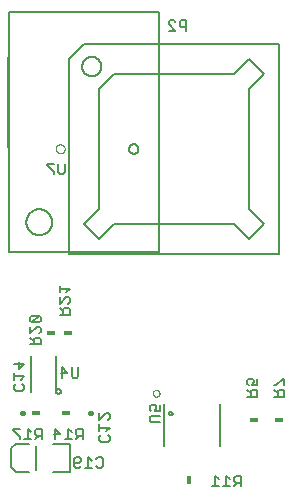
<source format=gbr>
G04 EAGLE Gerber RS-274X export*
G75*
%MOMM*%
%FSLAX34Y34*%
%LPD*%
%INSilkscreen Bottom*%
%IPPOS*%
%AMOC8*
5,1,8,0,0,1.08239X$1,22.5*%
G01*
%ADD10C,0.101600*%
%ADD11C,0.203200*%
%ADD12C,0.127000*%
%ADD13C,0.152400*%
%ADD14R,0.406400X0.711200*%
%ADD15R,0.762000X0.457200*%
%ADD16C,0.406400*%
%ADD17R,0.711200X0.406400*%


D10*
X124160Y111760D02*
X124162Y111866D01*
X124168Y111972D01*
X124178Y112078D01*
X124192Y112183D01*
X124210Y112288D01*
X124231Y112392D01*
X124257Y112495D01*
X124286Y112597D01*
X124319Y112698D01*
X124356Y112798D01*
X124397Y112896D01*
X124441Y112992D01*
X124489Y113087D01*
X124540Y113180D01*
X124595Y113271D01*
X124653Y113360D01*
X124715Y113446D01*
X124780Y113531D01*
X124847Y113612D01*
X124918Y113692D01*
X124992Y113768D01*
X125068Y113842D01*
X125148Y113913D01*
X125229Y113980D01*
X125314Y114045D01*
X125400Y114107D01*
X125489Y114165D01*
X125580Y114220D01*
X125673Y114271D01*
X125768Y114319D01*
X125864Y114363D01*
X125962Y114404D01*
X126062Y114441D01*
X126163Y114474D01*
X126265Y114503D01*
X126368Y114529D01*
X126472Y114550D01*
X126577Y114568D01*
X126682Y114582D01*
X126788Y114592D01*
X126894Y114598D01*
X127000Y114600D01*
X127106Y114598D01*
X127212Y114592D01*
X127318Y114582D01*
X127423Y114568D01*
X127528Y114550D01*
X127632Y114529D01*
X127735Y114503D01*
X127837Y114474D01*
X127938Y114441D01*
X128038Y114404D01*
X128136Y114363D01*
X128232Y114319D01*
X128327Y114271D01*
X128420Y114220D01*
X128511Y114165D01*
X128600Y114107D01*
X128686Y114045D01*
X128771Y113980D01*
X128852Y113913D01*
X128932Y113842D01*
X129008Y113768D01*
X129082Y113692D01*
X129153Y113612D01*
X129220Y113531D01*
X129285Y113446D01*
X129347Y113360D01*
X129405Y113271D01*
X129460Y113180D01*
X129511Y113087D01*
X129559Y112992D01*
X129603Y112896D01*
X129644Y112798D01*
X129681Y112698D01*
X129714Y112597D01*
X129743Y112495D01*
X129769Y112392D01*
X129790Y112288D01*
X129808Y112183D01*
X129822Y112078D01*
X129832Y111972D01*
X129838Y111866D01*
X129840Y111760D01*
X129838Y111654D01*
X129832Y111548D01*
X129822Y111442D01*
X129808Y111337D01*
X129790Y111232D01*
X129769Y111128D01*
X129743Y111025D01*
X129714Y110923D01*
X129681Y110822D01*
X129644Y110722D01*
X129603Y110624D01*
X129559Y110528D01*
X129511Y110433D01*
X129460Y110340D01*
X129405Y110249D01*
X129347Y110160D01*
X129285Y110074D01*
X129220Y109989D01*
X129153Y109908D01*
X129082Y109828D01*
X129008Y109752D01*
X128932Y109678D01*
X128852Y109607D01*
X128771Y109540D01*
X128686Y109475D01*
X128600Y109413D01*
X128511Y109355D01*
X128420Y109300D01*
X128327Y109249D01*
X128232Y109201D01*
X128136Y109157D01*
X128038Y109116D01*
X127938Y109079D01*
X127837Y109046D01*
X127735Y109017D01*
X127632Y108991D01*
X127528Y108970D01*
X127423Y108952D01*
X127318Y108938D01*
X127212Y108928D01*
X127106Y108922D01*
X127000Y108920D01*
X126894Y108922D01*
X126788Y108928D01*
X126682Y108938D01*
X126577Y108952D01*
X126472Y108970D01*
X126368Y108991D01*
X126265Y109017D01*
X126163Y109046D01*
X126062Y109079D01*
X125962Y109116D01*
X125864Y109157D01*
X125768Y109201D01*
X125673Y109249D01*
X125580Y109300D01*
X125489Y109355D01*
X125400Y109413D01*
X125314Y109475D01*
X125229Y109540D01*
X125148Y109607D01*
X125068Y109678D01*
X124992Y109752D01*
X124918Y109828D01*
X124847Y109908D01*
X124780Y109989D01*
X124715Y110074D01*
X124653Y110160D01*
X124595Y110249D01*
X124540Y110340D01*
X124489Y110433D01*
X124441Y110528D01*
X124397Y110624D01*
X124356Y110722D01*
X124319Y110822D01*
X124286Y110923D01*
X124257Y111025D01*
X124231Y111128D01*
X124210Y111232D01*
X124192Y111337D01*
X124178Y111442D01*
X124168Y111548D01*
X124162Y111654D01*
X124160Y111760D01*
X41910Y318770D02*
X41912Y318893D01*
X41918Y319017D01*
X41928Y319140D01*
X41942Y319262D01*
X41960Y319384D01*
X41982Y319506D01*
X42007Y319626D01*
X42037Y319746D01*
X42071Y319865D01*
X42108Y319983D01*
X42149Y320099D01*
X42194Y320214D01*
X42243Y320327D01*
X42295Y320439D01*
X42351Y320549D01*
X42410Y320657D01*
X42473Y320763D01*
X42539Y320867D01*
X42609Y320969D01*
X42682Y321069D01*
X42758Y321166D01*
X42837Y321261D01*
X42919Y321353D01*
X43004Y321442D01*
X43092Y321529D01*
X43183Y321612D01*
X43276Y321693D01*
X43372Y321771D01*
X43471Y321845D01*
X43571Y321916D01*
X43674Y321984D01*
X43779Y322049D01*
X43887Y322110D01*
X43996Y322168D01*
X44107Y322222D01*
X44219Y322272D01*
X44334Y322319D01*
X44449Y322362D01*
X44566Y322401D01*
X44684Y322437D01*
X44804Y322468D01*
X44924Y322496D01*
X45045Y322520D01*
X45167Y322540D01*
X45289Y322556D01*
X45412Y322568D01*
X45535Y322576D01*
X45658Y322580D01*
X45782Y322580D01*
X45905Y322576D01*
X46028Y322568D01*
X46151Y322556D01*
X46273Y322540D01*
X46395Y322520D01*
X46516Y322496D01*
X46636Y322468D01*
X46756Y322437D01*
X46874Y322401D01*
X46991Y322362D01*
X47106Y322319D01*
X47221Y322272D01*
X47333Y322222D01*
X47444Y322168D01*
X47553Y322110D01*
X47661Y322049D01*
X47766Y321984D01*
X47869Y321916D01*
X47969Y321845D01*
X48068Y321771D01*
X48164Y321693D01*
X48257Y321612D01*
X48348Y321529D01*
X48436Y321442D01*
X48521Y321353D01*
X48603Y321261D01*
X48682Y321166D01*
X48758Y321069D01*
X48831Y320969D01*
X48901Y320867D01*
X48967Y320763D01*
X49030Y320657D01*
X49089Y320549D01*
X49145Y320439D01*
X49197Y320327D01*
X49246Y320214D01*
X49291Y320099D01*
X49332Y319983D01*
X49369Y319865D01*
X49403Y319746D01*
X49433Y319626D01*
X49458Y319506D01*
X49480Y319384D01*
X49498Y319262D01*
X49512Y319140D01*
X49522Y319017D01*
X49528Y318893D01*
X49530Y318770D01*
X49528Y318647D01*
X49522Y318523D01*
X49512Y318400D01*
X49498Y318278D01*
X49480Y318156D01*
X49458Y318034D01*
X49433Y317914D01*
X49403Y317794D01*
X49369Y317675D01*
X49332Y317557D01*
X49291Y317441D01*
X49246Y317326D01*
X49197Y317213D01*
X49145Y317101D01*
X49089Y316991D01*
X49030Y316883D01*
X48967Y316777D01*
X48901Y316673D01*
X48831Y316571D01*
X48758Y316471D01*
X48682Y316374D01*
X48603Y316279D01*
X48521Y316187D01*
X48436Y316098D01*
X48348Y316011D01*
X48257Y315928D01*
X48164Y315847D01*
X48068Y315769D01*
X47969Y315695D01*
X47869Y315624D01*
X47766Y315556D01*
X47661Y315491D01*
X47553Y315430D01*
X47444Y315372D01*
X47333Y315318D01*
X47221Y315268D01*
X47106Y315221D01*
X46991Y315178D01*
X46874Y315139D01*
X46756Y315103D01*
X46636Y315072D01*
X46516Y315044D01*
X46395Y315020D01*
X46273Y315000D01*
X46151Y314984D01*
X46028Y314972D01*
X45905Y314964D01*
X45782Y314960D01*
X45658Y314960D01*
X45535Y314964D01*
X45412Y314972D01*
X45289Y314984D01*
X45167Y315000D01*
X45045Y315020D01*
X44924Y315044D01*
X44804Y315072D01*
X44684Y315103D01*
X44566Y315139D01*
X44449Y315178D01*
X44334Y315221D01*
X44219Y315268D01*
X44107Y315318D01*
X43996Y315372D01*
X43887Y315430D01*
X43779Y315491D01*
X43674Y315556D01*
X43571Y315624D01*
X43471Y315695D01*
X43372Y315769D01*
X43276Y315847D01*
X43183Y315928D01*
X43092Y316011D01*
X43004Y316098D01*
X42919Y316187D01*
X42837Y316279D01*
X42758Y316374D01*
X42682Y316471D01*
X42609Y316571D01*
X42539Y316673D01*
X42473Y316777D01*
X42410Y316883D01*
X42351Y316991D01*
X42295Y317101D01*
X42243Y317213D01*
X42194Y317326D01*
X42149Y317441D01*
X42108Y317557D01*
X42071Y317675D01*
X42037Y317794D01*
X42007Y317914D01*
X41982Y318034D01*
X41960Y318156D01*
X41942Y318278D01*
X41928Y318400D01*
X41918Y318523D01*
X41912Y318647D01*
X41910Y318770D01*
D11*
X39210Y45150D02*
X54210Y45150D01*
X54210Y69150D01*
X39210Y69150D01*
X19210Y45150D02*
X8210Y45150D01*
X4210Y49150D01*
X4210Y65150D01*
X8210Y69150D01*
X19210Y69150D01*
D12*
X25400Y67310D02*
X25400Y46990D01*
D13*
X76026Y56065D02*
X77466Y57505D01*
X80347Y57505D01*
X81788Y56065D01*
X81788Y50303D01*
X80347Y48862D01*
X77466Y48862D01*
X76026Y50303D01*
X72433Y54624D02*
X69552Y57505D01*
X69552Y48862D01*
X72433Y48862D02*
X66671Y48862D01*
X63078Y50303D02*
X61637Y48862D01*
X58756Y48862D01*
X57315Y50303D01*
X57315Y56065D01*
X58756Y57505D01*
X61637Y57505D01*
X63078Y56065D01*
X63078Y54624D01*
X61637Y53184D01*
X57315Y53184D01*
D14*
X154940Y38100D03*
D13*
X198628Y41790D02*
X198628Y33147D01*
X198628Y41790D02*
X194306Y41790D01*
X192866Y40350D01*
X192866Y37469D01*
X194306Y36028D01*
X198628Y36028D01*
X195747Y36028D02*
X192866Y33147D01*
X189273Y38909D02*
X186392Y41790D01*
X186392Y33147D01*
X189273Y33147D02*
X183511Y33147D01*
X179918Y38909D02*
X177037Y41790D01*
X177037Y33147D01*
X179918Y33147D02*
X174155Y33147D01*
D15*
X209550Y88900D03*
D13*
X212605Y109052D02*
X203962Y109052D01*
X212605Y109052D02*
X212605Y113373D01*
X211165Y114814D01*
X208284Y114814D01*
X206843Y113373D01*
X206843Y109052D01*
X206843Y111933D02*
X203962Y114814D01*
X212605Y118407D02*
X212605Y124169D01*
X212605Y118407D02*
X208284Y118407D01*
X209724Y121288D01*
X209724Y122729D01*
X208284Y124169D01*
X205403Y124169D01*
X203962Y122729D01*
X203962Y119847D01*
X205403Y118407D01*
D15*
X231140Y88900D03*
D13*
X226822Y109052D02*
X235465Y109052D01*
X235465Y113373D01*
X234025Y114814D01*
X231144Y114814D01*
X229703Y113373D01*
X229703Y109052D01*
X229703Y111933D02*
X226822Y114814D01*
X235465Y118407D02*
X235465Y124169D01*
X234025Y124169D01*
X228263Y118407D01*
X226822Y118407D01*
D12*
X231140Y229870D02*
X53340Y229870D01*
X231140Y229870D02*
X231140Y407670D01*
X66040Y407670D01*
X53340Y394970D01*
X53340Y229870D01*
X78740Y242570D02*
X66040Y255270D01*
X78740Y267970D01*
X78740Y369570D01*
X91440Y382270D01*
X193040Y382270D01*
X205740Y394970D01*
X218440Y382270D01*
X205740Y369570D01*
X205740Y267970D01*
X218440Y255270D01*
X205740Y242570D01*
X193040Y255270D01*
X91440Y255270D01*
X78740Y242570D01*
X64258Y388620D02*
X64260Y388820D01*
X64268Y389019D01*
X64280Y389218D01*
X64297Y389417D01*
X64319Y389615D01*
X64346Y389813D01*
X64378Y390010D01*
X64414Y390206D01*
X64456Y390402D01*
X64502Y390596D01*
X64553Y390789D01*
X64608Y390981D01*
X64668Y391171D01*
X64733Y391360D01*
X64803Y391547D01*
X64877Y391732D01*
X64956Y391915D01*
X65039Y392097D01*
X65126Y392276D01*
X65218Y392453D01*
X65314Y392628D01*
X65415Y392801D01*
X65520Y392971D01*
X65628Y393138D01*
X65741Y393302D01*
X65858Y393464D01*
X65979Y393623D01*
X66104Y393779D01*
X66232Y393932D01*
X66365Y394081D01*
X66500Y394227D01*
X66640Y394370D01*
X66783Y394510D01*
X66929Y394645D01*
X67078Y394778D01*
X67231Y394906D01*
X67387Y395031D01*
X67546Y395152D01*
X67708Y395269D01*
X67872Y395382D01*
X68039Y395490D01*
X68209Y395595D01*
X68382Y395696D01*
X68557Y395792D01*
X68734Y395884D01*
X68913Y395971D01*
X69095Y396054D01*
X69278Y396133D01*
X69463Y396207D01*
X69650Y396277D01*
X69839Y396342D01*
X70029Y396402D01*
X70221Y396457D01*
X70414Y396508D01*
X70608Y396554D01*
X70804Y396596D01*
X71000Y396632D01*
X71197Y396664D01*
X71395Y396691D01*
X71593Y396713D01*
X71792Y396730D01*
X71991Y396742D01*
X72190Y396750D01*
X72390Y396752D01*
X72590Y396750D01*
X72789Y396742D01*
X72988Y396730D01*
X73187Y396713D01*
X73385Y396691D01*
X73583Y396664D01*
X73780Y396632D01*
X73976Y396596D01*
X74172Y396554D01*
X74366Y396508D01*
X74559Y396457D01*
X74751Y396402D01*
X74941Y396342D01*
X75130Y396277D01*
X75317Y396207D01*
X75502Y396133D01*
X75685Y396054D01*
X75867Y395971D01*
X76046Y395884D01*
X76223Y395792D01*
X76398Y395696D01*
X76571Y395595D01*
X76741Y395490D01*
X76908Y395382D01*
X77072Y395269D01*
X77234Y395152D01*
X77393Y395031D01*
X77549Y394906D01*
X77702Y394778D01*
X77851Y394645D01*
X77997Y394510D01*
X78140Y394370D01*
X78280Y394227D01*
X78415Y394081D01*
X78548Y393932D01*
X78676Y393779D01*
X78801Y393623D01*
X78922Y393464D01*
X79039Y393302D01*
X79152Y393138D01*
X79260Y392971D01*
X79365Y392801D01*
X79466Y392628D01*
X79562Y392453D01*
X79654Y392276D01*
X79741Y392097D01*
X79824Y391915D01*
X79903Y391732D01*
X79977Y391547D01*
X80047Y391360D01*
X80112Y391171D01*
X80172Y390981D01*
X80227Y390789D01*
X80278Y390596D01*
X80324Y390402D01*
X80366Y390206D01*
X80402Y390010D01*
X80434Y389813D01*
X80461Y389615D01*
X80483Y389417D01*
X80500Y389218D01*
X80512Y389019D01*
X80520Y388820D01*
X80522Y388620D01*
X80520Y388420D01*
X80512Y388221D01*
X80500Y388022D01*
X80483Y387823D01*
X80461Y387625D01*
X80434Y387427D01*
X80402Y387230D01*
X80366Y387034D01*
X80324Y386838D01*
X80278Y386644D01*
X80227Y386451D01*
X80172Y386259D01*
X80112Y386069D01*
X80047Y385880D01*
X79977Y385693D01*
X79903Y385508D01*
X79824Y385325D01*
X79741Y385143D01*
X79654Y384964D01*
X79562Y384787D01*
X79466Y384612D01*
X79365Y384439D01*
X79260Y384269D01*
X79152Y384102D01*
X79039Y383938D01*
X78922Y383776D01*
X78801Y383617D01*
X78676Y383461D01*
X78548Y383308D01*
X78415Y383159D01*
X78280Y383013D01*
X78140Y382870D01*
X77997Y382730D01*
X77851Y382595D01*
X77702Y382462D01*
X77549Y382334D01*
X77393Y382209D01*
X77234Y382088D01*
X77072Y381971D01*
X76908Y381858D01*
X76741Y381750D01*
X76571Y381645D01*
X76398Y381544D01*
X76223Y381448D01*
X76046Y381356D01*
X75867Y381269D01*
X75685Y381186D01*
X75502Y381107D01*
X75317Y381033D01*
X75130Y380963D01*
X74941Y380898D01*
X74751Y380838D01*
X74559Y380783D01*
X74366Y380732D01*
X74172Y380686D01*
X73976Y380644D01*
X73780Y380608D01*
X73583Y380576D01*
X73385Y380549D01*
X73187Y380527D01*
X72988Y380510D01*
X72789Y380498D01*
X72590Y380490D01*
X72390Y380488D01*
X72190Y380490D01*
X71991Y380498D01*
X71792Y380510D01*
X71593Y380527D01*
X71395Y380549D01*
X71197Y380576D01*
X71000Y380608D01*
X70804Y380644D01*
X70608Y380686D01*
X70414Y380732D01*
X70221Y380783D01*
X70029Y380838D01*
X69839Y380898D01*
X69650Y380963D01*
X69463Y381033D01*
X69278Y381107D01*
X69095Y381186D01*
X68913Y381269D01*
X68734Y381356D01*
X68557Y381448D01*
X68382Y381544D01*
X68209Y381645D01*
X68039Y381750D01*
X67872Y381858D01*
X67708Y381971D01*
X67546Y382088D01*
X67387Y382209D01*
X67231Y382334D01*
X67078Y382462D01*
X66929Y382595D01*
X66783Y382730D01*
X66640Y382870D01*
X66500Y383013D01*
X66365Y383159D01*
X66232Y383308D01*
X66104Y383461D01*
X65979Y383617D01*
X65858Y383776D01*
X65741Y383938D01*
X65628Y384102D01*
X65520Y384269D01*
X65415Y384439D01*
X65314Y384612D01*
X65218Y384787D01*
X65126Y384964D01*
X65039Y385143D01*
X64956Y385325D01*
X64877Y385508D01*
X64803Y385693D01*
X64733Y385880D01*
X64668Y386069D01*
X64608Y386259D01*
X64553Y386451D01*
X64502Y386644D01*
X64456Y386838D01*
X64414Y387034D01*
X64378Y387230D01*
X64346Y387427D01*
X64319Y387625D01*
X64297Y387823D01*
X64280Y388022D01*
X64268Y388221D01*
X64260Y388420D01*
X64258Y388620D01*
X103934Y318770D02*
X103936Y318896D01*
X103942Y319022D01*
X103952Y319148D01*
X103966Y319273D01*
X103983Y319398D01*
X104005Y319523D01*
X104031Y319646D01*
X104060Y319769D01*
X104093Y319890D01*
X104131Y320011D01*
X104171Y320130D01*
X104216Y320248D01*
X104264Y320365D01*
X104316Y320480D01*
X104372Y320593D01*
X104431Y320705D01*
X104493Y320814D01*
X104559Y320922D01*
X104628Y321027D01*
X104701Y321131D01*
X104777Y321231D01*
X104856Y321330D01*
X104938Y321426D01*
X105022Y321519D01*
X105110Y321610D01*
X105201Y321698D01*
X105294Y321782D01*
X105390Y321864D01*
X105489Y321943D01*
X105589Y322019D01*
X105693Y322092D01*
X105798Y322161D01*
X105906Y322227D01*
X106015Y322289D01*
X106127Y322348D01*
X106240Y322404D01*
X106355Y322456D01*
X106472Y322504D01*
X106590Y322549D01*
X106709Y322589D01*
X106830Y322627D01*
X106951Y322660D01*
X107074Y322689D01*
X107197Y322715D01*
X107322Y322737D01*
X107447Y322754D01*
X107572Y322768D01*
X107698Y322778D01*
X107824Y322784D01*
X107950Y322786D01*
X108076Y322784D01*
X108202Y322778D01*
X108328Y322768D01*
X108453Y322754D01*
X108578Y322737D01*
X108703Y322715D01*
X108826Y322689D01*
X108949Y322660D01*
X109070Y322627D01*
X109191Y322589D01*
X109310Y322549D01*
X109428Y322504D01*
X109545Y322456D01*
X109660Y322404D01*
X109773Y322348D01*
X109885Y322289D01*
X109994Y322227D01*
X110102Y322161D01*
X110207Y322092D01*
X110311Y322019D01*
X110411Y321943D01*
X110510Y321864D01*
X110606Y321782D01*
X110699Y321698D01*
X110790Y321610D01*
X110878Y321519D01*
X110962Y321426D01*
X111044Y321330D01*
X111123Y321231D01*
X111199Y321131D01*
X111272Y321027D01*
X111341Y320922D01*
X111407Y320814D01*
X111469Y320705D01*
X111528Y320593D01*
X111584Y320480D01*
X111636Y320365D01*
X111684Y320248D01*
X111729Y320130D01*
X111769Y320011D01*
X111807Y319890D01*
X111840Y319769D01*
X111869Y319646D01*
X111895Y319523D01*
X111917Y319398D01*
X111934Y319273D01*
X111948Y319148D01*
X111958Y319022D01*
X111964Y318896D01*
X111966Y318770D01*
X111964Y318644D01*
X111958Y318518D01*
X111948Y318392D01*
X111934Y318267D01*
X111917Y318142D01*
X111895Y318017D01*
X111869Y317894D01*
X111840Y317771D01*
X111807Y317650D01*
X111769Y317529D01*
X111729Y317410D01*
X111684Y317292D01*
X111636Y317175D01*
X111584Y317060D01*
X111528Y316947D01*
X111469Y316835D01*
X111407Y316726D01*
X111341Y316618D01*
X111272Y316513D01*
X111199Y316409D01*
X111123Y316309D01*
X111044Y316210D01*
X110962Y316114D01*
X110878Y316021D01*
X110790Y315930D01*
X110699Y315842D01*
X110606Y315758D01*
X110510Y315676D01*
X110411Y315597D01*
X110311Y315521D01*
X110207Y315448D01*
X110102Y315379D01*
X109994Y315313D01*
X109885Y315251D01*
X109773Y315192D01*
X109660Y315136D01*
X109545Y315084D01*
X109428Y315036D01*
X109310Y314991D01*
X109191Y314951D01*
X109070Y314913D01*
X108949Y314880D01*
X108826Y314851D01*
X108703Y314825D01*
X108578Y314803D01*
X108453Y314786D01*
X108328Y314772D01*
X108202Y314762D01*
X108076Y314756D01*
X107950Y314754D01*
X107824Y314756D01*
X107698Y314762D01*
X107572Y314772D01*
X107447Y314786D01*
X107322Y314803D01*
X107197Y314825D01*
X107074Y314851D01*
X106951Y314880D01*
X106830Y314913D01*
X106709Y314951D01*
X106590Y314991D01*
X106472Y315036D01*
X106355Y315084D01*
X106240Y315136D01*
X106127Y315192D01*
X106015Y315251D01*
X105906Y315313D01*
X105798Y315379D01*
X105693Y315448D01*
X105589Y315521D01*
X105489Y315597D01*
X105390Y315676D01*
X105294Y315758D01*
X105201Y315842D01*
X105110Y315930D01*
X105022Y316021D01*
X104938Y316114D01*
X104856Y316210D01*
X104777Y316309D01*
X104701Y316409D01*
X104628Y316513D01*
X104559Y316618D01*
X104493Y316726D01*
X104431Y316835D01*
X104372Y316947D01*
X104316Y317060D01*
X104264Y317175D01*
X104216Y317292D01*
X104171Y317410D01*
X104131Y317529D01*
X104093Y317650D01*
X104060Y317771D01*
X104031Y317894D01*
X104005Y318017D01*
X103983Y318142D01*
X103966Y318267D01*
X103952Y318392D01*
X103942Y318518D01*
X103936Y318644D01*
X103934Y318770D01*
D13*
X49444Y306331D02*
X49444Y299129D01*
X48004Y297688D01*
X45123Y297688D01*
X43682Y299129D01*
X43682Y306331D01*
X40089Y306331D02*
X34327Y306331D01*
X34327Y304891D01*
X40089Y299129D01*
X40089Y297688D01*
D12*
X17018Y256800D02*
X17021Y257068D01*
X17031Y257336D01*
X17048Y257603D01*
X17071Y257871D01*
X17100Y258137D01*
X17136Y258403D01*
X17179Y258667D01*
X17228Y258931D01*
X17283Y259193D01*
X17345Y259454D01*
X17414Y259713D01*
X17488Y259970D01*
X17569Y260226D01*
X17656Y260480D01*
X17750Y260731D01*
X17849Y260980D01*
X17955Y261226D01*
X18067Y261470D01*
X18184Y261711D01*
X18308Y261949D01*
X18437Y262183D01*
X18572Y262415D01*
X18713Y262643D01*
X18859Y262868D01*
X19010Y263089D01*
X19167Y263306D01*
X19330Y263520D01*
X19497Y263729D01*
X19670Y263934D01*
X19847Y264135D01*
X20030Y264331D01*
X20217Y264523D01*
X20409Y264710D01*
X20605Y264893D01*
X20806Y265070D01*
X21011Y265243D01*
X21220Y265410D01*
X21434Y265573D01*
X21651Y265730D01*
X21872Y265881D01*
X22097Y266027D01*
X22325Y266168D01*
X22557Y266303D01*
X22791Y266432D01*
X23029Y266556D01*
X23270Y266673D01*
X23514Y266785D01*
X23760Y266891D01*
X24009Y266990D01*
X24260Y267084D01*
X24514Y267171D01*
X24770Y267252D01*
X25027Y267326D01*
X25286Y267395D01*
X25547Y267457D01*
X25809Y267512D01*
X26073Y267561D01*
X26337Y267604D01*
X26603Y267640D01*
X26869Y267669D01*
X27137Y267692D01*
X27404Y267709D01*
X27672Y267719D01*
X27940Y267722D01*
X28208Y267719D01*
X28476Y267709D01*
X28743Y267692D01*
X29011Y267669D01*
X29277Y267640D01*
X29543Y267604D01*
X29807Y267561D01*
X30071Y267512D01*
X30333Y267457D01*
X30594Y267395D01*
X30853Y267326D01*
X31110Y267252D01*
X31366Y267171D01*
X31620Y267084D01*
X31871Y266990D01*
X32120Y266891D01*
X32366Y266785D01*
X32610Y266673D01*
X32851Y266556D01*
X33089Y266432D01*
X33323Y266303D01*
X33555Y266168D01*
X33783Y266027D01*
X34008Y265881D01*
X34229Y265730D01*
X34446Y265573D01*
X34660Y265410D01*
X34869Y265243D01*
X35074Y265070D01*
X35275Y264893D01*
X35471Y264710D01*
X35663Y264523D01*
X35850Y264331D01*
X36033Y264135D01*
X36210Y263934D01*
X36383Y263729D01*
X36550Y263520D01*
X36713Y263306D01*
X36870Y263089D01*
X37021Y262868D01*
X37167Y262643D01*
X37308Y262415D01*
X37443Y262183D01*
X37572Y261949D01*
X37696Y261711D01*
X37813Y261470D01*
X37925Y261226D01*
X38031Y260980D01*
X38130Y260731D01*
X38224Y260480D01*
X38311Y260226D01*
X38392Y259970D01*
X38466Y259713D01*
X38535Y259454D01*
X38597Y259193D01*
X38652Y258931D01*
X38701Y258667D01*
X38744Y258403D01*
X38780Y258137D01*
X38809Y257871D01*
X38832Y257603D01*
X38849Y257336D01*
X38859Y257068D01*
X38862Y256800D01*
X38859Y256532D01*
X38849Y256264D01*
X38832Y255997D01*
X38809Y255729D01*
X38780Y255463D01*
X38744Y255197D01*
X38701Y254933D01*
X38652Y254669D01*
X38597Y254407D01*
X38535Y254146D01*
X38466Y253887D01*
X38392Y253630D01*
X38311Y253374D01*
X38224Y253120D01*
X38130Y252869D01*
X38031Y252620D01*
X37925Y252374D01*
X37813Y252130D01*
X37696Y251889D01*
X37572Y251651D01*
X37443Y251417D01*
X37308Y251185D01*
X37167Y250957D01*
X37021Y250732D01*
X36870Y250511D01*
X36713Y250294D01*
X36550Y250080D01*
X36383Y249871D01*
X36210Y249666D01*
X36033Y249465D01*
X35850Y249269D01*
X35663Y249077D01*
X35471Y248890D01*
X35275Y248707D01*
X35074Y248530D01*
X34869Y248357D01*
X34660Y248190D01*
X34446Y248027D01*
X34229Y247870D01*
X34008Y247719D01*
X33783Y247573D01*
X33555Y247432D01*
X33323Y247297D01*
X33089Y247168D01*
X32851Y247044D01*
X32610Y246927D01*
X32366Y246815D01*
X32120Y246709D01*
X31871Y246610D01*
X31620Y246516D01*
X31366Y246429D01*
X31110Y246348D01*
X30853Y246274D01*
X30594Y246205D01*
X30333Y246143D01*
X30071Y246088D01*
X29807Y246039D01*
X29543Y245996D01*
X29277Y245960D01*
X29011Y245931D01*
X28743Y245908D01*
X28476Y245891D01*
X28208Y245881D01*
X27940Y245878D01*
X27672Y245881D01*
X27404Y245891D01*
X27137Y245908D01*
X26869Y245931D01*
X26603Y245960D01*
X26337Y245996D01*
X26073Y246039D01*
X25809Y246088D01*
X25547Y246143D01*
X25286Y246205D01*
X25027Y246274D01*
X24770Y246348D01*
X24514Y246429D01*
X24260Y246516D01*
X24009Y246610D01*
X23760Y246709D01*
X23514Y246815D01*
X23270Y246927D01*
X23029Y247044D01*
X22791Y247168D01*
X22557Y247297D01*
X22325Y247432D01*
X22097Y247573D01*
X21872Y247719D01*
X21651Y247870D01*
X21434Y248027D01*
X21220Y248190D01*
X21011Y248357D01*
X20806Y248530D01*
X20605Y248707D01*
X20409Y248890D01*
X20217Y249077D01*
X20030Y249269D01*
X19847Y249465D01*
X19670Y249666D01*
X19497Y249871D01*
X19330Y250080D01*
X19167Y250294D01*
X19010Y250511D01*
X18859Y250732D01*
X18713Y250957D01*
X18572Y251185D01*
X18437Y251417D01*
X18308Y251651D01*
X18184Y251889D01*
X18067Y252130D01*
X17955Y252374D01*
X17849Y252620D01*
X17750Y252869D01*
X17656Y253120D01*
X17569Y253374D01*
X17488Y253630D01*
X17414Y253887D01*
X17345Y254146D01*
X17283Y254407D01*
X17228Y254669D01*
X17179Y254933D01*
X17136Y255197D01*
X17100Y255463D01*
X17071Y255729D01*
X17048Y255997D01*
X17031Y256264D01*
X17021Y256532D01*
X17018Y256800D01*
X2540Y231400D02*
X2540Y434600D01*
X129540Y434600D01*
X129540Y231400D01*
X2540Y231400D01*
D13*
X152568Y418852D02*
X152568Y427495D01*
X148247Y427495D01*
X146806Y426055D01*
X146806Y423174D01*
X148247Y421733D01*
X152568Y421733D01*
X143213Y418852D02*
X137451Y418852D01*
X143213Y418852D02*
X137451Y424614D01*
X137451Y426055D01*
X138892Y427495D01*
X141773Y427495D01*
X143213Y426055D01*
X181100Y103120D02*
X181100Y67060D01*
X133860Y67060D02*
X133860Y103120D01*
D11*
X138010Y94996D02*
X138012Y95071D01*
X138018Y95146D01*
X138028Y95221D01*
X138041Y95295D01*
X138059Y95368D01*
X138080Y95440D01*
X138105Y95511D01*
X138134Y95580D01*
X138167Y95648D01*
X138202Y95714D01*
X138242Y95778D01*
X138284Y95840D01*
X138330Y95900D01*
X138379Y95957D01*
X138431Y96011D01*
X138485Y96063D01*
X138542Y96112D01*
X138602Y96158D01*
X138664Y96200D01*
X138728Y96240D01*
X138794Y96275D01*
X138862Y96308D01*
X138931Y96337D01*
X139002Y96362D01*
X139074Y96383D01*
X139147Y96401D01*
X139221Y96414D01*
X139296Y96424D01*
X139371Y96430D01*
X139446Y96432D01*
X139521Y96430D01*
X139596Y96424D01*
X139671Y96414D01*
X139745Y96401D01*
X139818Y96383D01*
X139890Y96362D01*
X139961Y96337D01*
X140030Y96308D01*
X140098Y96275D01*
X140164Y96240D01*
X140228Y96200D01*
X140290Y96158D01*
X140350Y96112D01*
X140407Y96063D01*
X140461Y96011D01*
X140513Y95957D01*
X140562Y95900D01*
X140608Y95840D01*
X140650Y95778D01*
X140690Y95714D01*
X140725Y95648D01*
X140758Y95580D01*
X140787Y95511D01*
X140812Y95440D01*
X140833Y95368D01*
X140851Y95295D01*
X140864Y95221D01*
X140874Y95146D01*
X140880Y95071D01*
X140882Y94996D01*
X140880Y94921D01*
X140874Y94846D01*
X140864Y94771D01*
X140851Y94697D01*
X140833Y94624D01*
X140812Y94552D01*
X140787Y94481D01*
X140758Y94412D01*
X140725Y94344D01*
X140690Y94278D01*
X140650Y94214D01*
X140608Y94152D01*
X140562Y94092D01*
X140513Y94035D01*
X140461Y93981D01*
X140407Y93929D01*
X140350Y93880D01*
X140290Y93834D01*
X140228Y93792D01*
X140164Y93752D01*
X140098Y93717D01*
X140030Y93684D01*
X139961Y93655D01*
X139890Y93630D01*
X139818Y93609D01*
X139745Y93591D01*
X139671Y93578D01*
X139596Y93568D01*
X139521Y93562D01*
X139446Y93560D01*
X139371Y93562D01*
X139296Y93568D01*
X139221Y93578D01*
X139147Y93591D01*
X139074Y93609D01*
X139002Y93630D01*
X138931Y93655D01*
X138862Y93684D01*
X138794Y93717D01*
X138728Y93752D01*
X138664Y93792D01*
X138602Y93834D01*
X138542Y93880D01*
X138485Y93929D01*
X138431Y93981D01*
X138379Y94035D01*
X138330Y94092D01*
X138284Y94152D01*
X138242Y94214D01*
X138202Y94278D01*
X138167Y94344D01*
X138134Y94412D01*
X138105Y94481D01*
X138080Y94552D01*
X138059Y94624D01*
X138041Y94697D01*
X138028Y94771D01*
X138018Y94846D01*
X138012Y94921D01*
X138010Y94996D01*
D13*
X130055Y87122D02*
X122853Y87122D01*
X121412Y88563D01*
X121412Y91444D01*
X122853Y92884D01*
X130055Y92884D01*
X130055Y96477D02*
X130055Y102239D01*
X130055Y96477D02*
X125734Y96477D01*
X127174Y99358D01*
X127174Y100799D01*
X125734Y102239D01*
X122853Y102239D01*
X121412Y100799D01*
X121412Y97918D01*
X122853Y96477D01*
D12*
X42250Y113270D02*
X42250Y113770D01*
D11*
X42250Y143270D01*
X21250Y143270D02*
X21250Y113270D01*
X42250Y113270D02*
X42263Y113182D01*
X42279Y113095D01*
X42300Y113009D01*
X42324Y112923D01*
X42353Y112839D01*
X42384Y112756D01*
X42420Y112675D01*
X42459Y112595D01*
X42501Y112517D01*
X42547Y112441D01*
X42596Y112367D01*
X42649Y112295D01*
X42704Y112226D01*
X42763Y112159D01*
X42824Y112095D01*
X42888Y112034D01*
X42955Y111975D01*
X43024Y111919D01*
X43096Y111867D01*
X43170Y111818D01*
X43246Y111772D01*
X43324Y111729D01*
X43403Y111690D01*
X43485Y111655D01*
X43568Y111623D01*
X43652Y111595D01*
X43737Y111570D01*
X43824Y111550D01*
X43911Y111533D01*
X43999Y111520D01*
X44087Y111511D01*
X44176Y111505D01*
X44264Y111504D01*
X44353Y111507D01*
X44442Y111513D01*
X44530Y111524D01*
X44617Y111538D01*
X44704Y111556D01*
X44790Y111578D01*
X44875Y111603D01*
X44959Y111633D01*
X45042Y111666D01*
X45123Y111703D01*
X45202Y111743D01*
X45279Y111786D01*
X45354Y111833D01*
X45428Y111884D01*
X45498Y111937D01*
X45567Y111994D01*
X45633Y112053D01*
X45696Y112115D01*
X45757Y112180D01*
X45814Y112248D01*
X45869Y112318D01*
X45920Y112391D01*
X45968Y112465D01*
X46013Y112542D01*
X46054Y112620D01*
X46092Y112701D01*
X46126Y112783D01*
X46157Y112866D01*
X46184Y112951D01*
X46207Y113036D01*
X46227Y113123D01*
X46242Y113210D01*
X46254Y113298D01*
X46262Y113387D01*
X46266Y113476D01*
X46266Y113564D01*
X46262Y113653D01*
X46254Y113742D01*
X46242Y113830D01*
X46227Y113917D01*
X46207Y114004D01*
X46184Y114089D01*
X46157Y114174D01*
X46126Y114257D01*
X46092Y114339D01*
X46054Y114420D01*
X46013Y114498D01*
X45968Y114575D01*
X45920Y114649D01*
X45869Y114722D01*
X45814Y114792D01*
X45757Y114860D01*
X45696Y114925D01*
X45633Y114987D01*
X45567Y115046D01*
X45498Y115103D01*
X45428Y115156D01*
X45354Y115207D01*
X45279Y115254D01*
X45202Y115297D01*
X45123Y115337D01*
X45042Y115374D01*
X44959Y115407D01*
X44875Y115437D01*
X44790Y115462D01*
X44704Y115484D01*
X44617Y115502D01*
X44530Y115516D01*
X44442Y115527D01*
X44353Y115533D01*
X44264Y115536D01*
X44176Y115535D01*
X44087Y115529D01*
X43999Y115520D01*
X43911Y115507D01*
X43824Y115490D01*
X43737Y115470D01*
X43652Y115445D01*
X43568Y115417D01*
X43485Y115385D01*
X43403Y115350D01*
X43324Y115311D01*
X43246Y115268D01*
X43170Y115222D01*
X43096Y115173D01*
X43024Y115121D01*
X42955Y115065D01*
X42888Y115006D01*
X42824Y114945D01*
X42763Y114881D01*
X42704Y114814D01*
X42649Y114745D01*
X42596Y114673D01*
X42547Y114599D01*
X42501Y114523D01*
X42459Y114445D01*
X42420Y114365D01*
X42384Y114284D01*
X42353Y114201D01*
X42324Y114117D01*
X42300Y114031D01*
X42279Y113945D01*
X42263Y113858D01*
X42250Y113770D01*
D13*
X61148Y126503D02*
X61148Y133705D01*
X61148Y126503D02*
X59707Y125062D01*
X56826Y125062D01*
X55386Y126503D01*
X55386Y133705D01*
X47471Y133705D02*
X47471Y125062D01*
X51793Y129384D02*
X47471Y133705D01*
X46031Y129384D02*
X51793Y129384D01*
D16*
X70815Y95250D02*
X71425Y95250D01*
D13*
X86070Y76249D02*
X87510Y74808D01*
X87510Y71927D01*
X86070Y70486D01*
X80308Y70486D01*
X78867Y71927D01*
X78867Y74808D01*
X80308Y76249D01*
X84629Y79842D02*
X87510Y82723D01*
X78867Y82723D01*
X78867Y79842D02*
X78867Y85604D01*
X78867Y89197D02*
X78867Y94959D01*
X78867Y89197D02*
X84629Y94959D01*
X86070Y94959D01*
X87510Y93519D01*
X87510Y90637D01*
X86070Y89197D01*
D17*
X50800Y95250D03*
D13*
X64643Y81795D02*
X64643Y73152D01*
X64643Y81795D02*
X60321Y81795D01*
X58881Y80355D01*
X58881Y77474D01*
X60321Y76033D01*
X64643Y76033D01*
X61762Y76033D02*
X58881Y73152D01*
X55288Y78914D02*
X52407Y81795D01*
X52407Y73152D01*
X55288Y73152D02*
X49526Y73152D01*
X41611Y73152D02*
X41611Y81795D01*
X45933Y77474D01*
X40170Y77474D01*
D17*
X25400Y95250D03*
D13*
X30479Y81795D02*
X30479Y73152D01*
X30479Y81795D02*
X26157Y81795D01*
X24716Y80355D01*
X24716Y77474D01*
X26157Y76033D01*
X30479Y76033D01*
X27597Y76033D02*
X24716Y73152D01*
X21123Y78914D02*
X18242Y81795D01*
X18242Y73152D01*
X21123Y73152D02*
X15361Y73152D01*
X11768Y81795D02*
X6006Y81795D01*
X6006Y80355D01*
X11768Y74593D01*
X11768Y73152D01*
D16*
X13665Y95250D02*
X14275Y95250D01*
D13*
X15120Y118114D02*
X13680Y119554D01*
X15120Y118114D02*
X15120Y115233D01*
X13680Y113792D01*
X7918Y113792D01*
X6477Y115233D01*
X6477Y118114D01*
X7918Y119554D01*
X12239Y123147D02*
X15120Y126028D01*
X6477Y126028D01*
X6477Y123147D02*
X6477Y128909D01*
X6477Y136824D02*
X15120Y136824D01*
X10799Y132502D01*
X10799Y138265D01*
D17*
X38100Y162560D03*
D13*
X29090Y153162D02*
X20447Y153162D01*
X29090Y153162D02*
X29090Y157484D01*
X27650Y158924D01*
X24769Y158924D01*
X23328Y157484D01*
X23328Y153162D01*
X23328Y156043D02*
X20447Y158924D01*
X20447Y162517D02*
X20447Y168279D01*
X20447Y162517D02*
X26209Y168279D01*
X27650Y168279D01*
X29090Y166839D01*
X29090Y163958D01*
X27650Y162517D01*
X27650Y171872D02*
X21888Y171872D01*
X27650Y171872D02*
X29090Y173313D01*
X29090Y176194D01*
X27650Y177635D01*
X21888Y177635D01*
X20447Y176194D01*
X20447Y173313D01*
X21888Y171872D01*
X27650Y177635D01*
D17*
X52070Y162560D03*
D13*
X53855Y178436D02*
X45212Y178436D01*
X53855Y178436D02*
X53855Y182758D01*
X52415Y184199D01*
X49534Y184199D01*
X48093Y182758D01*
X48093Y178436D01*
X48093Y181318D02*
X45212Y184199D01*
X45212Y187792D02*
X45212Y193554D01*
X45212Y187792D02*
X50974Y193554D01*
X52415Y193554D01*
X53855Y192113D01*
X53855Y189232D01*
X52415Y187792D01*
X50974Y197147D02*
X53855Y200028D01*
X45212Y200028D01*
X45212Y197147D02*
X45212Y202909D01*
D12*
X1270Y320040D02*
X1270Y396240D01*
M02*

</source>
